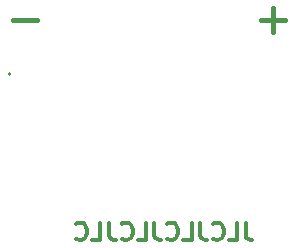
<source format=gbo>
G04 #@! TF.GenerationSoftware,KiCad,Pcbnew,5.1.9+dfsg1-1*
G04 #@! TF.CreationDate,2022-04-17T13:51:57+02:00*
G04 #@! TF.ProjectId,edgedriver,65646765-6472-4697-9665-722e6b696361,rev?*
G04 #@! TF.SameCoordinates,Original*
G04 #@! TF.FileFunction,Legend,Bot*
G04 #@! TF.FilePolarity,Positive*
%FSLAX46Y46*%
G04 Gerber Fmt 4.6, Leading zero omitted, Abs format (unit mm)*
G04 Created by KiCad (PCBNEW 5.1.9+dfsg1-1) date 2022-04-17 13:51:57*
%MOMM*%
%LPD*%
G01*
G04 APERTURE LIST*
%ADD10C,0.300000*%
%ADD11C,0.400000*%
%ADD12C,0.200000*%
G04 APERTURE END LIST*
D10*
X8198571Y11821428D02*
X8198571Y10750000D01*
X8269999Y10535714D01*
X8412857Y10392857D01*
X8627142Y10321428D01*
X8770000Y10321428D01*
X6769999Y10321428D02*
X7484285Y10321428D01*
X7484285Y11821428D01*
X5412857Y10464285D02*
X5484285Y10392857D01*
X5698571Y10321428D01*
X5841428Y10321428D01*
X6055714Y10392857D01*
X6198571Y10535714D01*
X6269999Y10678571D01*
X6341428Y10964285D01*
X6341428Y11178571D01*
X6269999Y11464285D01*
X6198571Y11607142D01*
X6055714Y11750000D01*
X5841428Y11821428D01*
X5698571Y11821428D01*
X5484285Y11750000D01*
X5412857Y11678571D01*
X4341428Y11821428D02*
X4341428Y10750000D01*
X4412857Y10535714D01*
X4555714Y10392857D01*
X4769999Y10321428D01*
X4912857Y10321428D01*
X2912857Y10321428D02*
X3627142Y10321428D01*
X3627142Y11821428D01*
X1555714Y10464285D02*
X1627142Y10392857D01*
X1841428Y10321428D01*
X1984285Y10321428D01*
X2198571Y10392857D01*
X2341428Y10535714D01*
X2412857Y10678571D01*
X2484285Y10964285D01*
X2484285Y11178571D01*
X2412857Y11464285D01*
X2341428Y11607142D01*
X2198571Y11750000D01*
X1984285Y11821428D01*
X1841428Y11821428D01*
X1627142Y11750000D01*
X1555714Y11678571D01*
X484285Y11821428D02*
X484285Y10750000D01*
X555714Y10535714D01*
X698571Y10392857D01*
X912857Y10321428D01*
X1055714Y10321428D01*
X-944285Y10321428D02*
X-230000Y10321428D01*
X-230000Y11821428D01*
X-2301428Y10464285D02*
X-2230000Y10392857D01*
X-2015714Y10321428D01*
X-1872857Y10321428D01*
X-1658571Y10392857D01*
X-1515714Y10535714D01*
X-1444285Y10678571D01*
X-1372857Y10964285D01*
X-1372857Y11178571D01*
X-1444285Y11464285D01*
X-1515714Y11607142D01*
X-1658571Y11750000D01*
X-1872857Y11821428D01*
X-2015714Y11821428D01*
X-2230000Y11750000D01*
X-2301428Y11678571D01*
X-3372857Y11821428D02*
X-3372857Y10750000D01*
X-3301428Y10535714D01*
X-3158571Y10392857D01*
X-2944285Y10321428D01*
X-2801428Y10321428D01*
X-4801428Y10321428D02*
X-4087142Y10321428D01*
X-4087142Y11821428D01*
X-6158571Y10464285D02*
X-6087142Y10392857D01*
X-5872857Y10321428D01*
X-5730000Y10321428D01*
X-5515714Y10392857D01*
X-5372857Y10535714D01*
X-5301428Y10678571D01*
X-5230000Y10964285D01*
X-5230000Y11178571D01*
X-5301428Y11464285D01*
X-5372857Y11607142D01*
X-5515714Y11750000D01*
X-5730000Y11821428D01*
X-5872857Y11821428D01*
X-6087142Y11750000D01*
X-6158571Y11678571D01*
D11*
X10500000Y28000000D02*
X10500000Y30000000D01*
X-11500000Y29000000D02*
X-9500000Y29000000D01*
X9500000Y29000000D02*
X11500000Y29000000D01*
D12*
X-11700000Y24400000D02*
G75*
G03*
X-11700000Y24400000I-100000J0D01*
G01*
M02*

</source>
